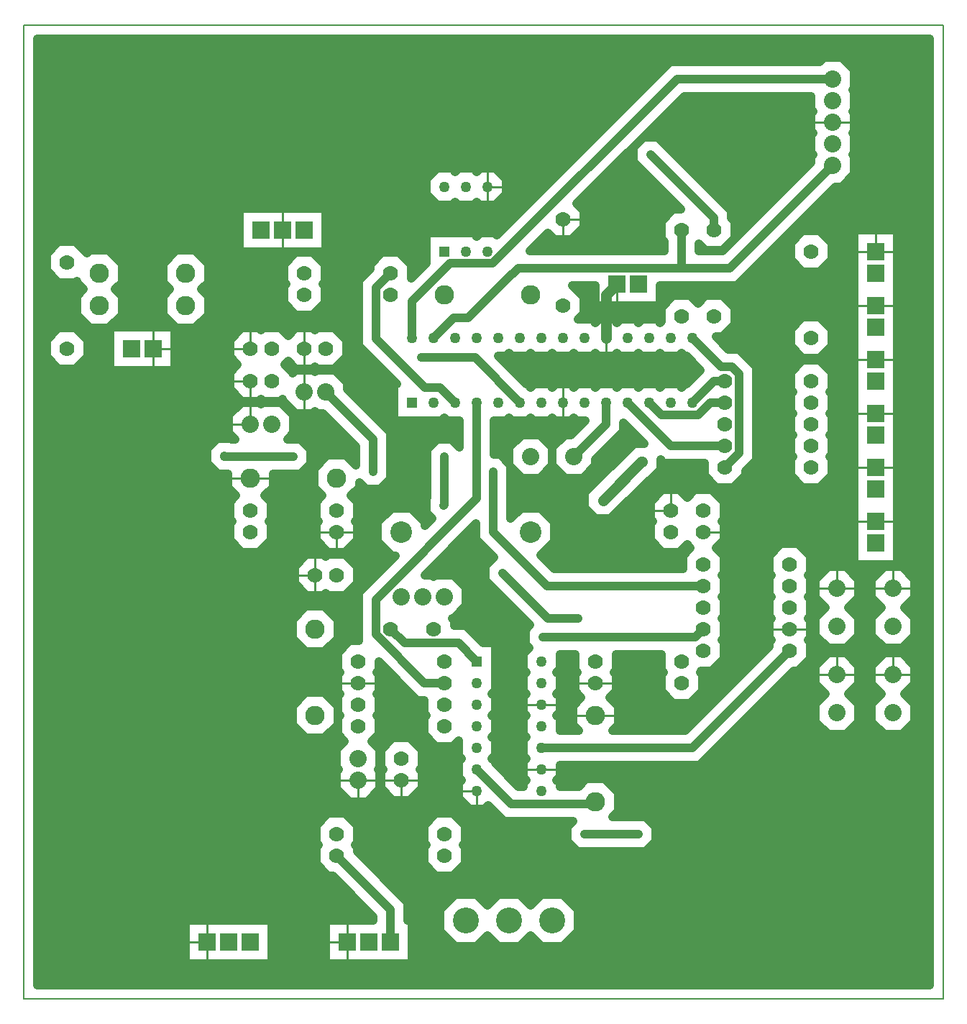
<source format=gbr>
G04 PROTEUS GERBER X2 FILE*
%TF.GenerationSoftware,Labcenter,Proteus,8.15-SP1-Build34318*%
%TF.CreationDate,2023-09-22T11:03:57+00:00*%
%TF.FileFunction,Copper,L1,Top*%
%TF.FilePolarity,Positive*%
%TF.Part,Single*%
%TF.SameCoordinates,{3b519ea3-0d73-4d6d-96f8-eb606e8d3f04}*%
%FSLAX45Y45*%
%MOMM*%
G01*
%TA.AperFunction,Conductor*%
%ADD10C,1.016000*%
%ADD11C,1.270000*%
%TA.AperFunction,ViaPad*%
%ADD12C,0.762000*%
%TA.AperFunction,Conductor*%
%ADD13C,0.254000*%
%TA.AperFunction,ComponentPad*%
%ADD14R,1.270000X1.270000*%
%ADD15C,1.270000*%
%TA.AperFunction,ComponentPad*%
%ADD16C,2.540000*%
%ADD17C,1.778000*%
%ADD18C,2.286000*%
%ADD19C,2.032000*%
%TA.AperFunction,ComponentPad*%
%ADD70R,2.032000X2.032000*%
%ADD71C,3.048000*%
%TA.AperFunction,Profile*%
%ADD20C,0.203200*%
%TD.AperFunction*%
%TA.AperFunction,Conductor*%
G36*
X+9525000Y-5334000D02*
X-980440Y-5334000D01*
X-980440Y+5806440D01*
X+9525000Y+5806440D01*
X+9525000Y-5334000D01*
G37*
%TD.AperFunction*%
%LPC*%
G36*
X+8635999Y+5439210D02*
X+8635999Y+5228790D01*
X+8614209Y+5207000D01*
X+8635999Y+5185210D01*
X+8635999Y+4974790D01*
X+8614209Y+4953000D01*
X+8635999Y+4931210D01*
X+8635999Y+4720790D01*
X+8614209Y+4699000D01*
X+8635999Y+4677210D01*
X+8635999Y+4466790D01*
X+8614209Y+4445000D01*
X+8635999Y+4423210D01*
X+8635999Y+4212790D01*
X+8487210Y+4064001D01*
X+8415367Y+4064001D01*
X+7253395Y+2902029D01*
X+6349999Y+2902029D01*
X+6349999Y+2667001D01*
X+5588001Y+2667001D01*
X+5588001Y+2902029D01*
X+5313219Y+2902029D01*
X+5448299Y+2766949D01*
X+5448299Y+2567051D01*
X+5383147Y+2501899D01*
X+5550428Y+2501899D01*
X+5588000Y+2464327D01*
X+5625572Y+2501899D01*
X+5804428Y+2501899D01*
X+5842000Y+2464327D01*
X+5879572Y+2501899D01*
X+6058428Y+2501899D01*
X+6096000Y+2464327D01*
X+6133572Y+2501899D01*
X+6312428Y+2501899D01*
X+6350000Y+2464327D01*
X+6362701Y+2477028D01*
X+6362701Y+2639949D01*
X+6504051Y+2781299D01*
X+6703949Y+2781299D01*
X+6794500Y+2690748D01*
X+6885051Y+2781299D01*
X+7084949Y+2781299D01*
X+7226299Y+2639949D01*
X+7226299Y+2440051D01*
X+7084949Y+2298701D01*
X+7005665Y+2298701D01*
X+7152598Y+2151768D01*
X+7277122Y+2151768D01*
X+7485275Y+1943615D01*
X+7485275Y+847909D01*
X+7353299Y+715933D01*
X+7353299Y+662051D01*
X+7211949Y+520701D01*
X+7012051Y+520701D01*
X+6870701Y+662051D01*
X+6870701Y+812801D01*
X+6392833Y+812801D01*
X+6355240Y+850393D01*
X+6355240Y+734951D01*
X+6228769Y+608480D01*
X+6218688Y+608480D01*
X+5765118Y+154910D01*
X+5586262Y+154910D01*
X+5459792Y+281380D01*
X+5459792Y+460236D01*
X+6039834Y+1040278D01*
X+6165355Y+1040278D01*
X+5918198Y+1287435D01*
X+5918198Y+1185832D01*
X+5587999Y+855633D01*
X+5587999Y+783790D01*
X+5439210Y+635001D01*
X+5228790Y+635001D01*
X+5080001Y+783790D01*
X+5080001Y+994210D01*
X+5228790Y+1142999D01*
X+5300633Y+1142999D01*
X+5465735Y+1308101D01*
X+5371572Y+1308101D01*
X+5334000Y+1345673D01*
X+5296428Y+1308101D01*
X+5117572Y+1308101D01*
X+5080000Y+1345673D01*
X+5042428Y+1308101D01*
X+4863572Y+1308101D01*
X+4825999Y+1345672D01*
X+4788428Y+1308101D01*
X+4609572Y+1308101D01*
X+4572000Y+1345673D01*
X+4534428Y+1308101D01*
X+4394199Y+1308101D01*
X+4394199Y+909498D01*
X+4467525Y+909498D01*
X+4572001Y+805022D01*
X+4572001Y+994210D01*
X+4720790Y+1142999D01*
X+4931210Y+1142999D01*
X+5079999Y+994210D01*
X+5079999Y+783790D01*
X+4931210Y+635001D01*
X+4720790Y+635001D01*
X+4586556Y+769235D01*
X+4586556Y+155686D01*
X+4710269Y+279399D01*
X+4941731Y+279399D01*
X+5105399Y+115731D01*
X+5105399Y-115731D01*
X+4946298Y-274832D01*
X+5103267Y-431801D01*
X+6616701Y-431801D01*
X+6616701Y-281051D01*
X+6707252Y-190500D01*
X+6667500Y-150748D01*
X+6576949Y-241299D01*
X+6377051Y-241299D01*
X+6235701Y-99949D01*
X+6235701Y+99949D01*
X+6262752Y+127000D01*
X+6235701Y+154051D01*
X+6235701Y+353949D01*
X+6377051Y+495299D01*
X+6576949Y+495299D01*
X+6667500Y+404748D01*
X+6758051Y+495299D01*
X+6957949Y+495299D01*
X+7099299Y+353949D01*
X+7099299Y+154051D01*
X+7072248Y+127000D01*
X+7099299Y+99949D01*
X+7099299Y-99949D01*
X+7008748Y-190500D01*
X+7099299Y-281051D01*
X+7099299Y-480949D01*
X+7072248Y-508000D01*
X+7099299Y-535051D01*
X+7099299Y-734949D01*
X+7072247Y-762001D01*
X+7099299Y-789051D01*
X+7099299Y-988949D01*
X+7072248Y-1016000D01*
X+7099299Y-1043051D01*
X+7099299Y-1242949D01*
X+7072248Y-1270000D01*
X+7099299Y-1297051D01*
X+7099299Y-1496949D01*
X+6957949Y-1638299D01*
X+6830949Y-1638299D01*
X+6818248Y-1651000D01*
X+6845299Y-1678051D01*
X+6845299Y-1877949D01*
X+6703949Y-2019299D01*
X+6504051Y-2019299D01*
X+6362701Y-1877949D01*
X+6362701Y-1678051D01*
X+6389752Y-1651000D01*
X+6362701Y-1623949D01*
X+6362701Y-1442654D01*
X+5829299Y-1442654D01*
X+5829299Y-1623949D01*
X+5802248Y-1651000D01*
X+5829299Y-1678051D01*
X+5829299Y-1877949D01*
X+5756708Y-1950540D01*
X+5854699Y-2048530D01*
X+5854699Y-2269470D01*
X+5787368Y-2336801D01*
X+6646833Y-2336801D01*
X+7632701Y-1350933D01*
X+7632701Y-1297051D01*
X+7659752Y-1270000D01*
X+7632701Y-1242949D01*
X+7632701Y-1043051D01*
X+7659752Y-1016000D01*
X+7632701Y-988949D01*
X+7632701Y-789051D01*
X+7659752Y-762000D01*
X+7632701Y-734949D01*
X+7632701Y-535051D01*
X+7659752Y-508000D01*
X+7632701Y-480949D01*
X+7632701Y-281051D01*
X+7774051Y-139701D01*
X+7973949Y-139701D01*
X+8115299Y-281051D01*
X+8115299Y-480949D01*
X+8088248Y-508000D01*
X+8115299Y-535051D01*
X+8115299Y-734949D01*
X+8088248Y-762000D01*
X+8115299Y-789051D01*
X+8115299Y-988949D01*
X+8088248Y-1016000D01*
X+8115299Y-1043051D01*
X+8115299Y-1242949D01*
X+8088248Y-1270000D01*
X+8115299Y-1297051D01*
X+8115299Y-1496949D01*
X+7973949Y-1638299D01*
X+7920067Y-1638299D01*
X+6815167Y-2743199D01*
X+5168899Y-2743199D01*
X+5168899Y-2883428D01*
X+5131327Y-2921000D01*
X+5168899Y-2958572D01*
X+5168899Y-2997516D01*
X+5388315Y-2997516D01*
X+5477530Y-2908301D01*
X+5698470Y-2908301D01*
X+5854699Y-3064530D01*
X+5854699Y-3285470D01*
X+5787368Y-3352801D01*
X+6180168Y-3352801D01*
X+6299199Y-3471832D01*
X+6299199Y-3640168D01*
X+6180168Y-3759199D01*
X+5376832Y-3759199D01*
X+5257801Y-3640168D01*
X+5257801Y-3471832D01*
X+5325719Y-3403914D01*
X+4513548Y-3403914D01*
X+4326980Y-3217347D01*
X+4280428Y-3263899D01*
X+4101572Y-3263899D01*
X+3975101Y-3137428D01*
X+3975101Y-2958572D01*
X+4012673Y-2921000D01*
X+3975101Y-2883428D01*
X+3975101Y-2704572D01*
X+4012673Y-2667000D01*
X+3975101Y-2629428D01*
X+3975101Y-2462147D01*
X+3909949Y-2527299D01*
X+3710051Y-2527299D01*
X+3568701Y-2385949D01*
X+3568701Y-2186051D01*
X+3595752Y-2159000D01*
X+3568701Y-2131949D01*
X+3568701Y-1981199D01*
X+3487398Y-1981199D01*
X+3035299Y-1529100D01*
X+3035299Y-1623949D01*
X+3008248Y-1651000D01*
X+3035299Y-1678051D01*
X+3035299Y-1877949D01*
X+3008248Y-1905000D01*
X+3035299Y-1932051D01*
X+3035299Y-2131949D01*
X+3008248Y-2159000D01*
X+3035299Y-2186051D01*
X+3035299Y-2385949D01*
X+2953728Y-2467520D01*
X+3047999Y-2561790D01*
X+3047999Y-2772210D01*
X+3026209Y-2794000D01*
X+3047999Y-2815790D01*
X+3047999Y-3026210D01*
X+2899210Y-3174999D01*
X+2688790Y-3174999D01*
X+2540001Y-3026210D01*
X+2540001Y-2815790D01*
X+2561791Y-2794000D01*
X+2540001Y-2772210D01*
X+2540001Y-2561790D01*
X+2634271Y-2467520D01*
X+2552701Y-2385949D01*
X+2552701Y-2186051D01*
X+2579752Y-2159000D01*
X+2552701Y-2131949D01*
X+2552701Y-1932051D01*
X+2579752Y-1905000D01*
X+2552701Y-1877949D01*
X+2552701Y-1678051D01*
X+2579752Y-1651000D01*
X+2552701Y-1623949D01*
X+2552701Y-1424051D01*
X+2694051Y-1282701D01*
X+2798101Y-1282701D01*
X+2798101Y-711432D01*
X+3230134Y-279399D01*
X+3186269Y-279399D01*
X+3022601Y-115731D01*
X+3022601Y+115731D01*
X+3186269Y+279399D01*
X+3417731Y+279399D01*
X+3581399Y+115731D01*
X+3581399Y+71866D01*
X+3666394Y+156861D01*
X+3595549Y+227706D01*
X+3595549Y+396042D01*
X+3606801Y+407294D01*
X+3606801Y+973168D01*
X+3725832Y+1092199D01*
X+3894168Y+1092199D01*
X+3987801Y+998566D01*
X+3987801Y+1308101D01*
X+3847572Y+1308101D01*
X+3810000Y+1345673D01*
X+3772428Y+1308101D01*
X+3213101Y+1308101D01*
X+3213101Y+1739899D01*
X+3251031Y+1739899D01*
X+2801489Y+2189441D01*
X+2801489Y+2961855D01*
X+2933701Y+3094067D01*
X+2933701Y+3147949D01*
X+3075051Y+3289299D01*
X+3274949Y+3289299D01*
X+3416299Y+3147949D01*
X+3416299Y+2986349D01*
X+3594101Y+3164151D01*
X+3594101Y+3517899D01*
X+4153428Y+3517899D01*
X+4191000Y+3480327D01*
X+4228572Y+3517899D01*
X+4407428Y+3517899D01*
X+4427716Y+3497611D01*
X+6467304Y+5537199D01*
X+8225990Y+5537199D01*
X+8276790Y+5587999D01*
X+8487210Y+5587999D01*
X+8635999Y+5439210D01*
G37*
G36*
X+2031999Y+1375210D02*
X+2031999Y+1164790D01*
X+1959408Y+1092199D01*
X+2116168Y+1092199D01*
X+2235199Y+973168D01*
X+2235199Y+804832D01*
X+2116168Y+685801D01*
X+1790699Y+685801D01*
X+1790699Y+524530D01*
X+1692708Y+426539D01*
X+1765299Y+353949D01*
X+1765299Y+154051D01*
X+1738248Y+127000D01*
X+1765299Y+99949D01*
X+1765299Y-99949D01*
X+1623949Y-241299D01*
X+1424051Y-241299D01*
X+1282701Y-99949D01*
X+1282701Y+99949D01*
X+1309752Y+127000D01*
X+1282701Y+154051D01*
X+1282701Y+353949D01*
X+1355291Y+426539D01*
X+1257301Y+524530D01*
X+1257301Y+685801D01*
X+1136780Y+685801D01*
X+1011814Y+810767D01*
X+1011814Y+979103D01*
X+1130844Y+1098133D01*
X+1299180Y+1098133D01*
X+1305114Y+1092199D01*
X+1342592Y+1092199D01*
X+1270001Y+1164790D01*
X+1270001Y+1375210D01*
X+1418790Y+1523999D01*
X+1629210Y+1523999D01*
X+1651000Y+1502209D01*
X+1672790Y+1523999D01*
X+1883210Y+1523999D01*
X+2031999Y+1375210D01*
G37*
G36*
X+2654299Y+2258949D02*
X+2654299Y+2059051D01*
X+2512949Y+1917701D01*
X+2313051Y+1917701D01*
X+2286000Y+1944752D01*
X+2258949Y+1917701D01*
X+2059051Y+1917701D01*
X+1968500Y+2008252D01*
X+1928748Y+1968500D01*
X+2019299Y+1877949D01*
X+2019299Y+1870508D01*
X+2053790Y+1904999D01*
X+2264210Y+1904999D01*
X+2285999Y+1883208D01*
X+2307790Y+1904999D01*
X+2518210Y+1904999D01*
X+2666999Y+1756210D01*
X+2666999Y+1684367D01*
X+3175445Y+1175921D01*
X+3175445Y+622131D01*
X+3056414Y+503100D01*
X+2888078Y+503100D01*
X+2806699Y+584479D01*
X+2806699Y+524530D01*
X+2708708Y+426539D01*
X+2781299Y+353949D01*
X+2781299Y+154051D01*
X+2754248Y+127000D01*
X+2781299Y+99949D01*
X+2781299Y-99949D01*
X+2639949Y-241299D01*
X+2440051Y-241299D01*
X+2298701Y-99949D01*
X+2298701Y+99949D01*
X+2325752Y+127000D01*
X+2298701Y+154051D01*
X+2298701Y+353949D01*
X+2371291Y+426539D01*
X+2273301Y+524530D01*
X+2273301Y+745470D01*
X+2429530Y+901699D01*
X+2650470Y+901699D01*
X+2769047Y+783122D01*
X+2769047Y+1007587D01*
X+2379632Y+1397001D01*
X+2307790Y+1397001D01*
X+2286000Y+1418791D01*
X+2264210Y+1397001D01*
X+2053790Y+1397001D01*
X+1905001Y+1545790D01*
X+1905001Y+1563753D01*
X+1877949Y+1536701D01*
X+1678051Y+1536701D01*
X+1651000Y+1563752D01*
X+1623949Y+1536701D01*
X+1424051Y+1536701D01*
X+1282701Y+1678051D01*
X+1282701Y+1877949D01*
X+1373252Y+1968500D01*
X+1282701Y+2059051D01*
X+1282701Y+2258949D01*
X+1424051Y+2400299D01*
X+1623949Y+2400299D01*
X+1651000Y+2373248D01*
X+1678051Y+2400299D01*
X+1877949Y+2400299D01*
X+1968500Y+2309748D01*
X+2059051Y+2400299D01*
X+2258949Y+2400299D01*
X+2286000Y+2373248D01*
X+2313051Y+2400299D01*
X+2512949Y+2400299D01*
X+2654299Y+2258949D01*
G37*
G36*
X+2781299Y-408051D02*
X+2781299Y-607949D01*
X+2639949Y-749299D01*
X+2440051Y-749299D01*
X+2413000Y-722248D01*
X+2385949Y-749299D01*
X+2186051Y-749299D01*
X+2044701Y-607949D01*
X+2044701Y-408051D01*
X+2186051Y-266701D01*
X+2385949Y-266701D01*
X+2413000Y-293752D01*
X+2440051Y-266701D01*
X+2639949Y-266701D01*
X+2781299Y-408051D01*
G37*
G36*
X+3543299Y-2567051D02*
X+3543299Y-2766949D01*
X+3516248Y-2794000D01*
X+3543299Y-2821051D01*
X+3543299Y-3020949D01*
X+3401949Y-3162299D01*
X+3202051Y-3162299D01*
X+3060701Y-3020949D01*
X+3060701Y-2821051D01*
X+3087752Y-2794000D01*
X+3060701Y-2766949D01*
X+3060701Y-2567051D01*
X+3202051Y-2425701D01*
X+3401949Y-2425701D01*
X+3543299Y-2567051D01*
G37*
G36*
X+1777999Y-5079999D02*
X+762001Y-5079999D01*
X+762001Y-4572001D01*
X+1777999Y-4572001D01*
X+1777999Y-5079999D01*
G37*
G36*
X+2781299Y-3456051D02*
X+2781299Y-3655949D01*
X+2754248Y-3683000D01*
X+2781299Y-3710051D01*
X+2781299Y-3763933D01*
X+3378199Y-4360833D01*
X+3378199Y-4572001D01*
X+3428999Y-4572001D01*
X+3428999Y-5079999D01*
X+2413001Y-5079999D01*
X+2413001Y-4572001D01*
X+2971801Y-4572001D01*
X+2971801Y-4529167D01*
X+2493933Y-4051299D01*
X+2440051Y-4051299D01*
X+2298701Y-3909949D01*
X+2298701Y-3710051D01*
X+2325752Y-3683000D01*
X+2298701Y-3655949D01*
X+2298701Y-3456051D01*
X+2440051Y-3314701D01*
X+2639949Y-3314701D01*
X+2781299Y-3456051D01*
G37*
G36*
X+5384799Y-4445748D02*
X+5384799Y-4698252D01*
X+5206252Y-4876799D01*
X+4953748Y-4876799D01*
X+4826000Y-4749051D01*
X+4698252Y-4876799D01*
X+4445748Y-4876799D01*
X+4318000Y-4749051D01*
X+4190252Y-4876799D01*
X+3937748Y-4876799D01*
X+3759201Y-4698252D01*
X+3759201Y-4445748D01*
X+3937748Y-4267201D01*
X+4190252Y-4267201D01*
X+4318000Y-4394949D01*
X+4445748Y-4267201D01*
X+4698252Y-4267201D01*
X+4826000Y-4394949D01*
X+4953748Y-4267201D01*
X+5206252Y-4267201D01*
X+5384799Y-4445748D01*
G37*
G36*
X+4051299Y-3456051D02*
X+4051299Y-3655949D01*
X+4024248Y-3683000D01*
X+4051299Y-3710051D01*
X+4051299Y-3909949D01*
X+3909949Y-4051299D01*
X+3710051Y-4051299D01*
X+3568701Y-3909949D01*
X+3568701Y-3710051D01*
X+3595752Y-3683000D01*
X+3568701Y-3655949D01*
X+3568701Y-3456051D01*
X+3710051Y-3314701D01*
X+3909949Y-3314701D01*
X+4051299Y-3456051D01*
G37*
G36*
X+2412999Y+3302001D02*
X+1397001Y+3302001D01*
X+1397001Y+3809999D01*
X+2412999Y+3809999D01*
X+2412999Y+3302001D01*
G37*
G36*
X-398961Y+3280208D02*
X-364470Y+3314699D01*
X-143530Y+3314699D01*
X+12699Y+3158470D01*
X+12699Y+2937530D01*
X-67331Y+2857500D01*
X+12699Y+2777470D01*
X+12699Y+2556530D01*
X-143530Y+2400301D01*
X-364470Y+2400301D01*
X-520699Y+2556530D01*
X-520699Y+2777470D01*
X-440669Y+2857500D01*
X-520699Y+2937530D01*
X-520699Y+2948053D01*
X-535051Y+2933701D01*
X-734949Y+2933701D01*
X-876299Y+3075051D01*
X-876299Y+3274949D01*
X-734949Y+3416299D01*
X-535051Y+3416299D01*
X-398961Y+3280208D01*
G37*
G36*
X+1028699Y+3158470D02*
X+1028699Y+2937530D01*
X+948669Y+2857500D01*
X+1028699Y+2777470D01*
X+1028699Y+2556530D01*
X+872470Y+2400301D01*
X+651530Y+2400301D01*
X+495301Y+2556530D01*
X+495301Y+2777470D01*
X+575331Y+2857500D01*
X+495301Y+2937530D01*
X+495301Y+3158470D01*
X+651530Y+3314699D01*
X+872470Y+3314699D01*
X+1028699Y+3158470D01*
G37*
G36*
X+634999Y+1905001D02*
X-126999Y+1905001D01*
X-126999Y+2412999D01*
X+634999Y+2412999D01*
X+634999Y+1905001D01*
G37*
G36*
X-535051Y+1917701D02*
X-734949Y+1917701D01*
X-876299Y+2059051D01*
X-876299Y+2258949D01*
X-734949Y+2400299D01*
X-535051Y+2400299D01*
X-393701Y+2258949D01*
X-393701Y+2059051D01*
X-535051Y+1917701D01*
G37*
G36*
X+4533899Y+4153428D02*
X+4533899Y+3974572D01*
X+4407428Y+3848101D01*
X+4228572Y+3848101D01*
X+4191000Y+3885673D01*
X+4153428Y+3848101D01*
X+3974572Y+3848101D01*
X+3937000Y+3885673D01*
X+3899428Y+3848101D01*
X+3720572Y+3848101D01*
X+3594101Y+3974572D01*
X+3594101Y+4153428D01*
X+3720572Y+4279899D01*
X+3899428Y+4279899D01*
X+3937000Y+4242327D01*
X+3974572Y+4279899D01*
X+4153428Y+4279899D01*
X+4191000Y+4242327D01*
X+4228572Y+4279899D01*
X+4407428Y+4279899D01*
X+4533899Y+4153428D01*
G37*
G36*
X+2400299Y+3147949D02*
X+2400299Y+2948051D01*
X+2373248Y+2921000D01*
X+2400299Y+2893949D01*
X+2400299Y+2694051D01*
X+2258949Y+2552701D01*
X+2059051Y+2552701D01*
X+1917701Y+2694051D01*
X+1917701Y+2893949D01*
X+1944752Y+2921000D01*
X+1917701Y+2948051D01*
X+1917701Y+3147949D01*
X+2059051Y+3289299D01*
X+2258949Y+3289299D01*
X+2400299Y+3147949D01*
G37*
G36*
X+9143999Y+3048001D02*
X+9143999Y-380999D01*
X+8636001Y-380999D01*
X+8636001Y+3555999D01*
X+9143999Y+3555999D01*
X+9143999Y+3048001D01*
G37*
G36*
X+8369299Y+1877949D02*
X+8369299Y+1678051D01*
X+8342248Y+1651000D01*
X+8369299Y+1623949D01*
X+8369299Y+1424051D01*
X+8342248Y+1397000D01*
X+8369299Y+1369949D01*
X+8369299Y+1170051D01*
X+8342248Y+1143000D01*
X+8369299Y+1115949D01*
X+8369299Y+916051D01*
X+8342248Y+889000D01*
X+8369299Y+861949D01*
X+8369299Y+662051D01*
X+8227949Y+520701D01*
X+8028051Y+520701D01*
X+7886701Y+662051D01*
X+7886701Y+861949D01*
X+7913752Y+889000D01*
X+7886701Y+916051D01*
X+7886701Y+1115949D01*
X+7913752Y+1143000D01*
X+7886701Y+1170051D01*
X+7886701Y+1369949D01*
X+7913752Y+1397000D01*
X+7886701Y+1424051D01*
X+7886701Y+1623949D01*
X+7913752Y+1651000D01*
X+7886701Y+1678051D01*
X+7886701Y+1877949D01*
X+8028051Y+2019299D01*
X+8227949Y+2019299D01*
X+8369299Y+1877949D01*
G37*
G36*
X+9346999Y-558790D02*
X+9346999Y-769210D01*
X+9227209Y-889000D01*
X+9346999Y-1008790D01*
X+9346999Y-1219210D01*
X+9198210Y-1367999D01*
X+8987790Y-1367999D01*
X+8839001Y-1219210D01*
X+8839001Y-1008790D01*
X+8958791Y-889000D01*
X+8839001Y-769210D01*
X+8839001Y-558790D01*
X+8987790Y-410001D01*
X+9198210Y-410001D01*
X+9346999Y-558790D01*
G37*
G36*
X+8686999Y-558790D02*
X+8686999Y-769210D01*
X+8567209Y-889000D01*
X+8686999Y-1008790D01*
X+8686999Y-1219210D01*
X+8538210Y-1367999D01*
X+8327790Y-1367999D01*
X+8179001Y-1219210D01*
X+8179001Y-1008790D01*
X+8298791Y-889000D01*
X+8179001Y-769210D01*
X+8179001Y-558790D01*
X+8327790Y-410001D01*
X+8538210Y-410001D01*
X+8686999Y-558790D01*
G37*
G36*
X+2396470Y-1409699D02*
X+2175530Y-1409699D01*
X+2019301Y-1253470D01*
X+2019301Y-1032530D01*
X+2175530Y-876301D01*
X+2396470Y-876301D01*
X+2552699Y-1032530D01*
X+2552699Y-1253470D01*
X+2396470Y-1409699D01*
G37*
G36*
X+2396470Y-2425699D02*
X+2175530Y-2425699D01*
X+2019301Y-2269470D01*
X+2019301Y-2048530D01*
X+2175530Y-1892301D01*
X+2396470Y-1892301D01*
X+2552699Y-2048530D01*
X+2552699Y-2269470D01*
X+2396470Y-2425699D01*
G37*
G36*
X+9346999Y-1574790D02*
X+9346999Y-1785210D01*
X+9227209Y-1905000D01*
X+9346999Y-2024790D01*
X+9346999Y-2235210D01*
X+9198210Y-2383999D01*
X+8987790Y-2383999D01*
X+8839001Y-2235210D01*
X+8839001Y-2024790D01*
X+8958791Y-1905000D01*
X+8839001Y-1785210D01*
X+8839001Y-1574790D01*
X+8987790Y-1426001D01*
X+9198210Y-1426001D01*
X+9346999Y-1574790D01*
G37*
G36*
X+8686999Y-1574790D02*
X+8686999Y-1785210D01*
X+8567209Y-1905000D01*
X+8686999Y-2024790D01*
X+8686999Y-2235210D01*
X+8538210Y-2383999D01*
X+8327790Y-2383999D01*
X+8179001Y-2235210D01*
X+8179001Y-2024790D01*
X+8298791Y-1905000D01*
X+8179001Y-1785210D01*
X+8179001Y-1574790D01*
X+8327790Y-1426001D01*
X+8538210Y-1426001D01*
X+8686999Y-1574790D01*
G37*
G36*
X+8227949Y+2044701D02*
X+8028051Y+2044701D01*
X+7886701Y+2186051D01*
X+7886701Y+2385949D01*
X+8028051Y+2527299D01*
X+8227949Y+2527299D01*
X+8369299Y+2385949D01*
X+8369299Y+2186051D01*
X+8227949Y+2044701D01*
G37*
G36*
X+8227949Y+3060701D02*
X+8028051Y+3060701D01*
X+7886701Y+3202051D01*
X+7886701Y+3401949D01*
X+8028051Y+3543299D01*
X+8227949Y+3543299D01*
X+8369299Y+3401949D01*
X+8369299Y+3202051D01*
X+8227949Y+3060701D01*
G37*
%LPD*%
%TA.AperFunction,Conductor*%
G36*
X+8128001Y+4974790D02*
X+8149791Y+4953000D01*
X+8128001Y+4931210D01*
X+8128001Y+4720790D01*
X+8149791Y+4699000D01*
X+8128001Y+4677210D01*
X+8128001Y+4466790D01*
X+8149791Y+4445000D01*
X+8128001Y+4423210D01*
X+8128001Y+4351367D01*
X+7085061Y+3308427D01*
X+6807198Y+3308427D01*
X+6807198Y+3392554D01*
X+6885051Y+3314701D01*
X+7084949Y+3314701D01*
X+7226299Y+3456051D01*
X+7226299Y+3655949D01*
X+7188199Y+3694049D01*
X+7188199Y+3778615D01*
X+6322123Y+4644691D01*
X+6153787Y+4644691D01*
X+6034757Y+4525661D01*
X+6034757Y+4357325D01*
X+6594783Y+3797299D01*
X+6504051Y+3797299D01*
X+6362701Y+3655949D01*
X+6362701Y+3456051D01*
X+6400801Y+3417951D01*
X+6400801Y+3308427D01*
X+4813264Y+3308427D01*
X+5026794Y+3521957D01*
X+5107051Y+3441701D01*
X+5306949Y+3441701D01*
X+5448299Y+3583051D01*
X+5448299Y+3782949D01*
X+5368042Y+3863205D01*
X+6635638Y+5130801D01*
X+8128001Y+5130801D01*
X+8128001Y+4974790D01*
G37*
%TD.AperFunction*%
%TA.AperFunction,Conductor*%
G36*
X+6641572Y+2070101D02*
X+6659533Y+2070101D01*
X+6824634Y+1905000D01*
X+6659533Y+1739899D01*
X+6641572Y+1739899D01*
X+6604000Y+1702327D01*
X+6566428Y+1739899D01*
X+6387572Y+1739899D01*
X+6350000Y+1702327D01*
X+6312428Y+1739899D01*
X+6133572Y+1739899D01*
X+6096000Y+1702327D01*
X+6058428Y+1739899D01*
X+5879572Y+1739899D01*
X+5842000Y+1702327D01*
X+5804428Y+1739899D01*
X+5625572Y+1739899D01*
X+5588000Y+1702327D01*
X+5550428Y+1739899D01*
X+5371572Y+1739899D01*
X+5334000Y+1702327D01*
X+5296428Y+1739899D01*
X+5117572Y+1739899D01*
X+5080000Y+1702327D01*
X+5042428Y+1739899D01*
X+4863572Y+1739899D01*
X+4826000Y+1702327D01*
X+4788428Y+1739899D01*
X+4770466Y+1739899D01*
X+4440264Y+2070101D01*
X+4534428Y+2070101D01*
X+4572000Y+2107673D01*
X+4609572Y+2070101D01*
X+4788428Y+2070101D01*
X+4826000Y+2107673D01*
X+4863572Y+2070101D01*
X+5042428Y+2070101D01*
X+5080000Y+2107673D01*
X+5117572Y+2070101D01*
X+5296428Y+2070101D01*
X+5334000Y+2107673D01*
X+5371572Y+2070101D01*
X+5550428Y+2070101D01*
X+5588000Y+2107673D01*
X+5625572Y+2070101D01*
X+5804428Y+2070101D01*
X+5842000Y+2107673D01*
X+5879572Y+2070101D01*
X+6058428Y+2070101D01*
X+6096000Y+2107673D01*
X+6133572Y+2070101D01*
X+6312428Y+2070101D01*
X+6350000Y+2107673D01*
X+6387572Y+2070101D01*
X+6566428Y+2070101D01*
X+6604000Y+2107673D01*
X+6641572Y+2070101D01*
G37*
%TD.AperFunction*%
%TA.AperFunction,Conductor*%
G36*
X+5346701Y-1623949D02*
X+5373752Y-1651000D01*
X+5346701Y-1678051D01*
X+5346701Y-1877949D01*
X+5419291Y-1950540D01*
X+5321301Y-2048530D01*
X+5321301Y-2269470D01*
X+5388632Y-2336801D01*
X+5168899Y-2336801D01*
X+5168899Y-2196572D01*
X+5131327Y-2159000D01*
X+5168899Y-2121428D01*
X+5168899Y-1942572D01*
X+5131327Y-1905000D01*
X+5168899Y-1867428D01*
X+5168899Y-1688572D01*
X+5131327Y-1651000D01*
X+5168899Y-1613428D01*
X+5168899Y-1442654D01*
X+5346701Y-1442654D01*
X+5346701Y-1623949D01*
G37*
%TD.AperFunction*%
%TA.AperFunction,Conductor*%
G36*
X+4180158Y+743D02*
X+4180158Y-83424D01*
X+4391633Y-294900D01*
X+4286815Y-399718D01*
X+4286815Y-568054D01*
X+4817551Y-1098791D01*
X+4761055Y-1155287D01*
X+4761055Y-1323623D01*
X+4804552Y-1367121D01*
X+4737101Y-1434572D01*
X+4737101Y-1613428D01*
X+4774673Y-1651000D01*
X+4737101Y-1688572D01*
X+4737101Y-1867428D01*
X+4774673Y-1905000D01*
X+4737101Y-1942572D01*
X+4737101Y-2121428D01*
X+4774673Y-2159000D01*
X+4737101Y-2196572D01*
X+4737101Y-2375428D01*
X+4774673Y-2413000D01*
X+4737101Y-2450572D01*
X+4737101Y-2629428D01*
X+4774673Y-2667000D01*
X+4737101Y-2704572D01*
X+4737101Y-2883428D01*
X+4774673Y-2921000D01*
X+4737101Y-2958572D01*
X+4737101Y-2997516D01*
X+4681882Y-2997516D01*
X+4406899Y-2722533D01*
X+4406899Y-2704572D01*
X+4369327Y-2667000D01*
X+4406899Y-2629428D01*
X+4406899Y-2450572D01*
X+4369327Y-2413000D01*
X+4406899Y-2375428D01*
X+4406899Y-2196572D01*
X+4369327Y-2159000D01*
X+4406899Y-2121428D01*
X+4406899Y-1942572D01*
X+4369327Y-1905000D01*
X+4406899Y-1867428D01*
X+4406899Y-1308101D01*
X+4262467Y-1308101D01*
X+4059241Y-1104875D01*
X+3924299Y-1104875D01*
X+3924299Y-1043051D01*
X+3897247Y-1015999D01*
X+3915210Y-1015999D01*
X+4063999Y-867210D01*
X+4063999Y-656790D01*
X+3915210Y-508001D01*
X+3704790Y-508001D01*
X+3683000Y-529791D01*
X+3661210Y-508001D01*
X+3576264Y-508001D01*
X+4180158Y+95893D01*
X+4180158Y+743D01*
G37*
%TD.AperFunction*%
D10*
X+4191000Y-1524000D02*
X+3975074Y-1308074D01*
X+3340074Y-1308074D01*
X+3175000Y-1143000D01*
X+3175000Y-4826000D02*
X+3175000Y-4445000D01*
X+2540000Y-3810000D01*
X+2032000Y+889000D02*
X+1220947Y+889000D01*
X+1215012Y+894935D01*
D11*
X+5675690Y+370808D02*
X+6129261Y+824379D01*
X+6139341Y+824379D01*
D10*
X+4191000Y+1524000D02*
X+4191000Y+394101D01*
X+3001300Y-795599D01*
X+3001300Y-1207735D01*
X+3571565Y-1778000D01*
X+3810000Y-1778000D01*
X+7112000Y+1524000D02*
X+6939202Y+1524000D01*
X+6794377Y+1379175D01*
X+6367825Y+1379175D01*
X+6223000Y+1524000D01*
X+5969000Y+1524000D02*
X+6477000Y+1016000D01*
X+7112000Y+1016000D01*
X+7112000Y+1778000D02*
X+6985000Y+1778000D01*
X+6731000Y+1524000D01*
X+6731000Y+2286000D02*
X+7068430Y+1948570D01*
X+7192954Y+1948570D01*
X+7282077Y+1859447D01*
X+7282077Y+932077D01*
X+7112000Y+762000D01*
X+6858000Y-635000D02*
X+5019100Y-635000D01*
X+4383357Y+743D01*
X+4383357Y+706299D01*
X+2972246Y+706299D02*
X+2972246Y+1091754D01*
X+2413000Y+1651000D01*
X+5715000Y+1524000D02*
X+5715000Y+1270000D01*
X+5334000Y+889000D01*
X+5588000Y-3175000D02*
X+5562285Y-3200715D01*
X+4597715Y-3200715D01*
X+4191000Y-2794000D01*
X+3431000Y+2286000D02*
X+3431000Y+2713684D01*
X+3878217Y+3160901D01*
X+4378372Y+3160901D01*
X+6551471Y+5334000D01*
X+8382000Y+5334000D01*
X+3683000Y+2286000D02*
X+3918282Y+2521282D01*
X+4088462Y+2521282D01*
X+4602480Y+3035300D01*
X+4612640Y+3035300D01*
X+4682568Y+3105228D01*
X+7874000Y-1397000D02*
X+6731000Y-2540000D01*
X+4953000Y-2540000D01*
X+5382228Y-1022430D02*
X+5028557Y-1022430D01*
X+4490013Y-483886D01*
X+3810000Y+889000D02*
X+3810000Y+323127D01*
X+3798747Y+311874D01*
X+4964254Y-1239455D02*
X+6761545Y-1239455D01*
X+6858000Y-1143000D01*
X+4682568Y+3105228D02*
X+6604000Y+3105228D01*
X+7169228Y+3105228D01*
X+8382000Y+4318000D01*
X+6604000Y+3556000D02*
X+6604000Y+3105228D01*
X+5461000Y-3556000D02*
X+6096000Y-3556000D01*
X+3004688Y+2456312D02*
X+3004688Y+2273608D01*
X+3575822Y+1702474D01*
X+3758526Y+1702474D01*
X+3810000Y+1651000D01*
X+3937000Y+1524000D02*
X+3810000Y+1651000D01*
X+3004688Y+2456312D02*
X+3004688Y+2877688D01*
X+3175000Y+3048000D01*
X+3534128Y+2051467D02*
X+4171533Y+2051467D01*
X+4699000Y+1524000D01*
D11*
X+5842000Y+2921000D02*
X+5715000Y+2794000D01*
X+5715000Y+2286000D01*
D10*
X+6237955Y+4441493D02*
X+6985000Y+3694448D01*
X+6985000Y+3556000D01*
D12*
X+2032000Y+889000D03*
X+1215012Y+894935D03*
X+5675690Y+370808D03*
X+6139341Y+824379D03*
X+4383357Y+706299D03*
X+2972246Y+706299D03*
X+5382228Y-1022430D03*
X+4490013Y-483886D03*
X+3810000Y+889000D03*
X+3798747Y+311874D03*
X+4964254Y-1239455D03*
X+5461000Y-3556000D03*
X+6096000Y-3556000D03*
X+3534128Y+2051467D03*
X+6237955Y+4441493D03*
D10*
X+9525000Y-5334000D02*
X-980440Y-5334000D01*
X-980440Y+5806440D01*
X+9525000Y+5806440D01*
X+9525000Y-5334000D01*
X+8635999Y+5439210D02*
X+8635999Y+5228790D01*
X+8614209Y+5207000D01*
X+8635999Y+5185210D01*
X+8635999Y+4974790D01*
X+8614209Y+4953000D01*
X+8635999Y+4931210D01*
X+8635999Y+4720790D01*
X+8614209Y+4699000D01*
X+8635999Y+4677210D01*
X+8635999Y+4466790D01*
X+8614209Y+4445000D01*
X+8635999Y+4423210D01*
X+8635999Y+4212790D01*
X+8487210Y+4064001D01*
X+8415367Y+4064001D01*
X+7253395Y+2902029D01*
X+6349999Y+2902029D01*
X+6349999Y+2667001D01*
X+5588001Y+2667001D01*
X+5588001Y+2902029D01*
X+5313219Y+2902029D01*
X+5448299Y+2766949D01*
X+5448299Y+2567051D01*
X+5383147Y+2501899D01*
X+5550428Y+2501899D01*
X+5588000Y+2464327D01*
X+5625572Y+2501899D01*
X+5804428Y+2501899D01*
X+5842000Y+2464327D01*
X+5879572Y+2501899D01*
X+6058428Y+2501899D01*
X+6096000Y+2464327D01*
X+6133572Y+2501899D01*
X+6312428Y+2501899D01*
X+6350000Y+2464327D01*
X+6362701Y+2477028D01*
X+6362701Y+2639949D01*
X+6504051Y+2781299D01*
X+6703949Y+2781299D01*
X+6794500Y+2690748D01*
X+6885051Y+2781299D01*
X+7084949Y+2781299D01*
X+7226299Y+2639949D01*
X+7226299Y+2440051D01*
X+7084949Y+2298701D01*
X+7005665Y+2298701D01*
X+7152598Y+2151768D01*
X+7277122Y+2151768D01*
X+7485275Y+1943615D01*
X+7485275Y+847909D01*
X+7353299Y+715933D01*
X+7353299Y+662051D01*
X+7211949Y+520701D01*
X+7012051Y+520701D01*
X+6870701Y+662051D01*
X+6870701Y+812801D01*
X+6392833Y+812801D01*
X+6355240Y+850393D01*
X+6355240Y+734951D01*
X+6228769Y+608480D01*
X+6218688Y+608480D01*
X+5765118Y+154910D01*
X+5586262Y+154910D01*
X+5459792Y+281380D01*
X+5459792Y+460236D01*
X+6039834Y+1040278D01*
X+6165355Y+1040278D01*
X+5918198Y+1287435D01*
X+5918198Y+1185832D01*
X+5587999Y+855633D01*
X+5587999Y+783790D01*
X+5439210Y+635001D01*
X+5228790Y+635001D01*
X+5080001Y+783790D01*
X+5080001Y+994210D01*
X+5228790Y+1142999D01*
X+5300633Y+1142999D01*
X+5465735Y+1308101D01*
X+5371572Y+1308101D01*
X+5334000Y+1345673D01*
X+5296428Y+1308101D01*
X+5117572Y+1308101D01*
X+5080000Y+1345673D01*
X+5042428Y+1308101D01*
X+4863572Y+1308101D01*
X+4825999Y+1345672D01*
X+4788428Y+1308101D01*
X+4609572Y+1308101D01*
X+4572000Y+1345673D01*
X+4534428Y+1308101D01*
X+4394199Y+1308101D01*
X+4394199Y+909498D01*
X+4467525Y+909498D01*
X+4572001Y+805022D01*
X+4572001Y+994210D01*
X+4720790Y+1142999D01*
X+4931210Y+1142999D01*
X+5079999Y+994210D01*
X+5079999Y+783790D01*
X+4931210Y+635001D01*
X+4720790Y+635001D01*
X+4586556Y+769235D01*
X+4586556Y+155686D01*
X+4710269Y+279399D01*
X+4941731Y+279399D01*
X+5105399Y+115731D01*
X+5105399Y-115731D01*
X+4946298Y-274832D01*
X+5103267Y-431801D01*
X+6616701Y-431801D01*
X+6616701Y-281051D01*
X+6707252Y-190500D01*
X+6667500Y-150748D01*
X+6576949Y-241299D01*
X+6377051Y-241299D01*
X+6235701Y-99949D01*
X+6235701Y+99949D01*
X+6262752Y+127000D01*
X+6235701Y+154051D01*
X+6235701Y+353949D01*
X+6377051Y+495299D01*
X+6576949Y+495299D01*
X+6667500Y+404748D01*
X+6758051Y+495299D01*
X+6957949Y+495299D01*
X+7099299Y+353949D01*
X+7099299Y+154051D01*
X+7072248Y+127000D01*
X+7099299Y+99949D01*
X+7099299Y-99949D01*
X+7008748Y-190500D01*
X+7099299Y-281051D01*
X+7099299Y-480949D01*
X+7072248Y-508000D01*
X+7099299Y-535051D01*
X+7099299Y-734949D01*
X+7072247Y-762001D01*
X+7099299Y-789051D01*
X+7099299Y-988949D01*
X+7072248Y-1016000D01*
X+7099299Y-1043051D01*
X+7099299Y-1242949D01*
X+7072248Y-1270000D01*
X+7099299Y-1297051D01*
X+7099299Y-1496949D01*
X+6957949Y-1638299D01*
X+6830949Y-1638299D01*
X+6818248Y-1651000D01*
X+6845299Y-1678051D01*
X+6845299Y-1877949D01*
X+6703949Y-2019299D01*
X+6504051Y-2019299D01*
X+6362701Y-1877949D01*
X+6362701Y-1678051D01*
X+6389752Y-1651000D01*
X+6362701Y-1623949D01*
X+6362701Y-1442654D01*
X+5829299Y-1442654D01*
X+5829299Y-1623949D01*
X+5802248Y-1651000D01*
X+5829299Y-1678051D01*
X+5829299Y-1877949D01*
X+5756708Y-1950540D01*
X+5854699Y-2048530D01*
X+5854699Y-2269470D01*
X+5787368Y-2336801D01*
X+6646833Y-2336801D01*
X+7632701Y-1350933D01*
X+7632701Y-1297051D01*
X+7659752Y-1270000D01*
X+7632701Y-1242949D01*
X+7632701Y-1043051D01*
X+7659752Y-1016000D01*
X+7632701Y-988949D01*
X+7632701Y-789051D01*
X+7659752Y-762000D01*
X+7632701Y-734949D01*
X+7632701Y-535051D01*
X+7659752Y-508000D01*
X+7632701Y-480949D01*
X+7632701Y-281051D01*
X+7774051Y-139701D01*
X+7973949Y-139701D01*
X+8115299Y-281051D01*
X+8115299Y-480949D01*
X+8088248Y-508000D01*
X+8115299Y-535051D01*
X+8115299Y-734949D01*
X+8088248Y-762000D01*
X+8115299Y-789051D01*
X+8115299Y-988949D01*
X+8088248Y-1016000D01*
X+8115299Y-1043051D01*
X+8115299Y-1242949D01*
X+8088248Y-1270000D01*
X+8115299Y-1297051D01*
X+8115299Y-1496949D01*
X+7973949Y-1638299D01*
X+7920067Y-1638299D01*
X+6815167Y-2743199D01*
X+5168899Y-2743199D01*
X+5168899Y-2883428D01*
X+5131327Y-2921000D01*
X+5168899Y-2958572D01*
X+5168899Y-2997516D01*
X+5388315Y-2997516D01*
X+5477530Y-2908301D01*
X+5698470Y-2908301D01*
X+5854699Y-3064530D01*
X+5854699Y-3285470D01*
X+5787368Y-3352801D01*
X+6180168Y-3352801D01*
X+6299199Y-3471832D01*
X+6299199Y-3640168D01*
X+6180168Y-3759199D01*
X+5376832Y-3759199D01*
X+5257801Y-3640168D01*
X+5257801Y-3471832D01*
X+5325719Y-3403914D01*
X+4513548Y-3403914D01*
X+4326980Y-3217347D01*
X+4280428Y-3263899D01*
X+4101572Y-3263899D01*
X+3975101Y-3137428D01*
X+3975101Y-2958572D01*
X+4012673Y-2921000D01*
X+3975101Y-2883428D01*
X+3975101Y-2704572D01*
X+4012673Y-2667000D01*
X+3975101Y-2629428D01*
X+3975101Y-2462147D01*
X+3909949Y-2527299D01*
X+3710051Y-2527299D01*
X+3568701Y-2385949D01*
X+3568701Y-2186051D01*
X+3595752Y-2159000D01*
X+3568701Y-2131949D01*
X+3568701Y-1981199D01*
X+3487398Y-1981199D01*
X+3035299Y-1529100D01*
X+3035299Y-1623949D01*
X+3008248Y-1651000D01*
X+3035299Y-1678051D01*
X+3035299Y-1877949D01*
X+3008248Y-1905000D01*
X+3035299Y-1932051D01*
X+3035299Y-2131949D01*
X+3008248Y-2159000D01*
X+3035299Y-2186051D01*
X+3035299Y-2385949D01*
X+2953728Y-2467520D01*
X+3047999Y-2561790D01*
X+3047999Y-2772210D01*
X+3026209Y-2794000D01*
X+3047999Y-2815790D01*
X+3047999Y-3026210D01*
X+2899210Y-3174999D01*
X+2688790Y-3174999D01*
X+2540001Y-3026210D01*
X+2540001Y-2815790D01*
X+2561791Y-2794000D01*
X+2540001Y-2772210D01*
X+2540001Y-2561790D01*
X+2634271Y-2467520D01*
X+2552701Y-2385949D01*
X+2552701Y-2186051D01*
X+2579752Y-2159000D01*
X+2552701Y-2131949D01*
X+2552701Y-1932051D01*
X+2579752Y-1905000D01*
X+2552701Y-1877949D01*
X+2552701Y-1678051D01*
X+2579752Y-1651000D01*
X+2552701Y-1623949D01*
X+2552701Y-1424051D01*
X+2694051Y-1282701D01*
X+2798101Y-1282701D01*
X+2798101Y-711432D01*
X+3230134Y-279399D01*
X+3186269Y-279399D01*
X+3022601Y-115731D01*
X+3022601Y+115731D01*
X+3186269Y+279399D01*
X+3417731Y+279399D01*
X+3581399Y+115731D01*
X+3581399Y+71866D01*
X+3666394Y+156861D01*
X+3595549Y+227706D01*
X+3595549Y+396042D01*
X+3606801Y+407294D01*
X+3606801Y+973168D01*
X+3725832Y+1092199D01*
X+3894168Y+1092199D01*
X+3987801Y+998566D01*
X+3987801Y+1308101D01*
X+3847572Y+1308101D01*
X+3810000Y+1345673D01*
X+3772428Y+1308101D01*
X+3213101Y+1308101D01*
X+3213101Y+1739899D01*
X+3251031Y+1739899D01*
X+2801489Y+2189441D01*
X+2801489Y+2961855D01*
X+2933701Y+3094067D01*
X+2933701Y+3147949D01*
X+3075051Y+3289299D01*
X+3274949Y+3289299D01*
X+3416299Y+3147949D01*
X+3416299Y+2986349D01*
X+3594101Y+3164151D01*
X+3594101Y+3517899D01*
X+4153428Y+3517899D01*
X+4191000Y+3480327D01*
X+4228572Y+3517899D01*
X+4407428Y+3517899D01*
X+4427716Y+3497611D01*
X+6467304Y+5537199D01*
X+8225990Y+5537199D01*
X+8276790Y+5587999D01*
X+8487210Y+5587999D01*
X+8635999Y+5439210D01*
X+2031999Y+1375210D02*
X+2031999Y+1164790D01*
X+1959408Y+1092199D01*
X+2116168Y+1092199D01*
X+2235199Y+973168D01*
X+2235199Y+804832D01*
X+2116168Y+685801D01*
X+1790699Y+685801D01*
X+1790699Y+524530D01*
X+1692708Y+426539D01*
X+1765299Y+353949D01*
X+1765299Y+154051D01*
X+1738248Y+127000D01*
X+1765299Y+99949D01*
X+1765299Y-99949D01*
X+1623949Y-241299D01*
X+1424051Y-241299D01*
X+1282701Y-99949D01*
X+1282701Y+99949D01*
X+1309752Y+127000D01*
X+1282701Y+154051D01*
X+1282701Y+353949D01*
X+1355291Y+426539D01*
X+1257301Y+524530D01*
X+1257301Y+685801D01*
X+1136780Y+685801D01*
X+1011814Y+810767D01*
X+1011814Y+979103D01*
X+1130844Y+1098133D01*
X+1299180Y+1098133D01*
X+1305114Y+1092199D01*
X+1342592Y+1092199D01*
X+1270001Y+1164790D01*
X+1270001Y+1375210D01*
X+1418790Y+1523999D01*
X+1629210Y+1523999D01*
X+1651000Y+1502209D01*
X+1672790Y+1523999D01*
X+1883210Y+1523999D01*
X+2031999Y+1375210D01*
X+2654299Y+2258949D02*
X+2654299Y+2059051D01*
X+2512949Y+1917701D01*
X+2313051Y+1917701D01*
X+2286000Y+1944752D01*
X+2258949Y+1917701D01*
X+2059051Y+1917701D01*
X+1968500Y+2008252D01*
X+1928748Y+1968500D01*
X+2019299Y+1877949D01*
X+2019299Y+1870508D01*
X+2053790Y+1904999D01*
X+2264210Y+1904999D01*
X+2285999Y+1883208D01*
X+2307790Y+1904999D01*
X+2518210Y+1904999D01*
X+2666999Y+1756210D01*
X+2666999Y+1684367D01*
X+3175445Y+1175921D01*
X+3175445Y+622131D01*
X+3056414Y+503100D01*
X+2888078Y+503100D01*
X+2806699Y+584479D01*
X+2806699Y+524530D01*
X+2708708Y+426539D01*
X+2781299Y+353949D01*
X+2781299Y+154051D01*
X+2754248Y+127000D01*
X+2781299Y+99949D01*
X+2781299Y-99949D01*
X+2639949Y-241299D01*
X+2440051Y-241299D01*
X+2298701Y-99949D01*
X+2298701Y+99949D01*
X+2325752Y+127000D01*
X+2298701Y+154051D01*
X+2298701Y+353949D01*
X+2371291Y+426539D01*
X+2273301Y+524530D01*
X+2273301Y+745470D01*
X+2429530Y+901699D01*
X+2650470Y+901699D01*
X+2769047Y+783122D01*
X+2769047Y+1007587D01*
X+2379632Y+1397001D01*
X+2307790Y+1397001D01*
X+2286000Y+1418791D01*
X+2264210Y+1397001D01*
X+2053790Y+1397001D01*
X+1905001Y+1545790D01*
X+1905001Y+1563753D01*
X+1877949Y+1536701D01*
X+1678051Y+1536701D01*
X+1651000Y+1563752D01*
X+1623949Y+1536701D01*
X+1424051Y+1536701D01*
X+1282701Y+1678051D01*
X+1282701Y+1877949D01*
X+1373252Y+1968500D01*
X+1282701Y+2059051D01*
X+1282701Y+2258949D01*
X+1424051Y+2400299D01*
X+1623949Y+2400299D01*
X+1651000Y+2373248D01*
X+1678051Y+2400299D01*
X+1877949Y+2400299D01*
X+1968500Y+2309748D01*
X+2059051Y+2400299D01*
X+2258949Y+2400299D01*
X+2286000Y+2373248D01*
X+2313051Y+2400299D01*
X+2512949Y+2400299D01*
X+2654299Y+2258949D01*
X+2781299Y-408051D02*
X+2781299Y-607949D01*
X+2639949Y-749299D01*
X+2440051Y-749299D01*
X+2413000Y-722248D01*
X+2385949Y-749299D01*
X+2186051Y-749299D01*
X+2044701Y-607949D01*
X+2044701Y-408051D01*
X+2186051Y-266701D01*
X+2385949Y-266701D01*
X+2413000Y-293752D01*
X+2440051Y-266701D01*
X+2639949Y-266701D01*
X+2781299Y-408051D01*
X+3543299Y-2567051D02*
X+3543299Y-2766949D01*
X+3516248Y-2794000D01*
X+3543299Y-2821051D01*
X+3543299Y-3020949D01*
X+3401949Y-3162299D01*
X+3202051Y-3162299D01*
X+3060701Y-3020949D01*
X+3060701Y-2821051D01*
X+3087752Y-2794000D01*
X+3060701Y-2766949D01*
X+3060701Y-2567051D01*
X+3202051Y-2425701D01*
X+3401949Y-2425701D01*
X+3543299Y-2567051D01*
X+1777999Y-5079999D02*
X+762001Y-5079999D01*
X+762001Y-4572001D01*
X+1777999Y-4572001D01*
X+1777999Y-5079999D01*
X+2781299Y-3456051D02*
X+2781299Y-3655949D01*
X+2754248Y-3683000D01*
X+2781299Y-3710051D01*
X+2781299Y-3763933D01*
X+3378199Y-4360833D01*
X+3378199Y-4572001D01*
X+3428999Y-4572001D01*
X+3428999Y-5079999D01*
X+2413001Y-5079999D01*
X+2413001Y-4572001D01*
X+2971801Y-4572001D01*
X+2971801Y-4529167D01*
X+2493933Y-4051299D01*
X+2440051Y-4051299D01*
X+2298701Y-3909949D01*
X+2298701Y-3710051D01*
X+2325752Y-3683000D01*
X+2298701Y-3655949D01*
X+2298701Y-3456051D01*
X+2440051Y-3314701D01*
X+2639949Y-3314701D01*
X+2781299Y-3456051D01*
X+5384799Y-4445748D02*
X+5384799Y-4698252D01*
X+5206252Y-4876799D01*
X+4953748Y-4876799D01*
X+4826000Y-4749051D01*
X+4698252Y-4876799D01*
X+4445748Y-4876799D01*
X+4318000Y-4749051D01*
X+4190252Y-4876799D01*
X+3937748Y-4876799D01*
X+3759201Y-4698252D01*
X+3759201Y-4445748D01*
X+3937748Y-4267201D01*
X+4190252Y-4267201D01*
X+4318000Y-4394949D01*
X+4445748Y-4267201D01*
X+4698252Y-4267201D01*
X+4826000Y-4394949D01*
X+4953748Y-4267201D01*
X+5206252Y-4267201D01*
X+5384799Y-4445748D01*
X+4051299Y-3456051D02*
X+4051299Y-3655949D01*
X+4024248Y-3683000D01*
X+4051299Y-3710051D01*
X+4051299Y-3909949D01*
X+3909949Y-4051299D01*
X+3710051Y-4051299D01*
X+3568701Y-3909949D01*
X+3568701Y-3710051D01*
X+3595752Y-3683000D01*
X+3568701Y-3655949D01*
X+3568701Y-3456051D01*
X+3710051Y-3314701D01*
X+3909949Y-3314701D01*
X+4051299Y-3456051D01*
X+2412999Y+3302001D02*
X+1397001Y+3302001D01*
X+1397001Y+3809999D01*
X+2412999Y+3809999D01*
X+2412999Y+3302001D01*
X-398961Y+3280208D02*
X-364470Y+3314699D01*
X-143530Y+3314699D01*
X+12699Y+3158470D01*
X+12699Y+2937530D01*
X-67331Y+2857500D01*
X+12699Y+2777470D01*
X+12699Y+2556530D01*
X-143530Y+2400301D01*
X-364470Y+2400301D01*
X-520699Y+2556530D01*
X-520699Y+2777470D01*
X-440669Y+2857500D01*
X-520699Y+2937530D01*
X-520699Y+2948053D01*
X-535051Y+2933701D01*
X-734949Y+2933701D01*
X-876299Y+3075051D01*
X-876299Y+3274949D01*
X-734949Y+3416299D01*
X-535051Y+3416299D01*
X-398961Y+3280208D01*
X+1028699Y+3158470D02*
X+1028699Y+2937530D01*
X+948669Y+2857500D01*
X+1028699Y+2777470D01*
X+1028699Y+2556530D01*
X+872470Y+2400301D01*
X+651530Y+2400301D01*
X+495301Y+2556530D01*
X+495301Y+2777470D01*
X+575331Y+2857500D01*
X+495301Y+2937530D01*
X+495301Y+3158470D01*
X+651530Y+3314699D01*
X+872470Y+3314699D01*
X+1028699Y+3158470D01*
X+634999Y+1905001D02*
X-126999Y+1905001D01*
X-126999Y+2412999D01*
X+634999Y+2412999D01*
X+634999Y+1905001D01*
X-535051Y+1917701D02*
X-734949Y+1917701D01*
X-876299Y+2059051D01*
X-876299Y+2258949D01*
X-734949Y+2400299D01*
X-535051Y+2400299D01*
X-393701Y+2258949D01*
X-393701Y+2059051D01*
X-535051Y+1917701D01*
X+4533899Y+4153428D02*
X+4533899Y+3974572D01*
X+4407428Y+3848101D01*
X+4228572Y+3848101D01*
X+4191000Y+3885673D01*
X+4153428Y+3848101D01*
X+3974572Y+3848101D01*
X+3937000Y+3885673D01*
X+3899428Y+3848101D01*
X+3720572Y+3848101D01*
X+3594101Y+3974572D01*
X+3594101Y+4153428D01*
X+3720572Y+4279899D01*
X+3899428Y+4279899D01*
X+3937000Y+4242327D01*
X+3974572Y+4279899D01*
X+4153428Y+4279899D01*
X+4191000Y+4242327D01*
X+4228572Y+4279899D01*
X+4407428Y+4279899D01*
X+4533899Y+4153428D01*
X+2400299Y+3147949D02*
X+2400299Y+2948051D01*
X+2373248Y+2921000D01*
X+2400299Y+2893949D01*
X+2400299Y+2694051D01*
X+2258949Y+2552701D01*
X+2059051Y+2552701D01*
X+1917701Y+2694051D01*
X+1917701Y+2893949D01*
X+1944752Y+2921000D01*
X+1917701Y+2948051D01*
X+1917701Y+3147949D01*
X+2059051Y+3289299D01*
X+2258949Y+3289299D01*
X+2400299Y+3147949D01*
X+9143999Y+3048001D02*
X+9143999Y-380999D01*
X+8636001Y-380999D01*
X+8636001Y+3555999D01*
X+9143999Y+3555999D01*
X+9143999Y+3048001D01*
X+8369299Y+1877949D02*
X+8369299Y+1678051D01*
X+8342248Y+1651000D01*
X+8369299Y+1623949D01*
X+8369299Y+1424051D01*
X+8342248Y+1397000D01*
X+8369299Y+1369949D01*
X+8369299Y+1170051D01*
X+8342248Y+1143000D01*
X+8369299Y+1115949D01*
X+8369299Y+916051D01*
X+8342248Y+889000D01*
X+8369299Y+861949D01*
X+8369299Y+662051D01*
X+8227949Y+520701D01*
X+8028051Y+520701D01*
X+7886701Y+662051D01*
X+7886701Y+861949D01*
X+7913752Y+889000D01*
X+7886701Y+916051D01*
X+7886701Y+1115949D01*
X+7913752Y+1143000D01*
X+7886701Y+1170051D01*
X+7886701Y+1369949D01*
X+7913752Y+1397000D01*
X+7886701Y+1424051D01*
X+7886701Y+1623949D01*
X+7913752Y+1651000D01*
X+7886701Y+1678051D01*
X+7886701Y+1877949D01*
X+8028051Y+2019299D01*
X+8227949Y+2019299D01*
X+8369299Y+1877949D01*
X+9346999Y-558790D02*
X+9346999Y-769210D01*
X+9227209Y-889000D01*
X+9346999Y-1008790D01*
X+9346999Y-1219210D01*
X+9198210Y-1367999D01*
X+8987790Y-1367999D01*
X+8839001Y-1219210D01*
X+8839001Y-1008790D01*
X+8958791Y-889000D01*
X+8839001Y-769210D01*
X+8839001Y-558790D01*
X+8987790Y-410001D01*
X+9198210Y-410001D01*
X+9346999Y-558790D01*
X+8686999Y-558790D02*
X+8686999Y-769210D01*
X+8567209Y-889000D01*
X+8686999Y-1008790D01*
X+8686999Y-1219210D01*
X+8538210Y-1367999D01*
X+8327790Y-1367999D01*
X+8179001Y-1219210D01*
X+8179001Y-1008790D01*
X+8298791Y-889000D01*
X+8179001Y-769210D01*
X+8179001Y-558790D01*
X+8327790Y-410001D01*
X+8538210Y-410001D01*
X+8686999Y-558790D01*
X+2396470Y-1409699D02*
X+2175530Y-1409699D01*
X+2019301Y-1253470D01*
X+2019301Y-1032530D01*
X+2175530Y-876301D01*
X+2396470Y-876301D01*
X+2552699Y-1032530D01*
X+2552699Y-1253470D01*
X+2396470Y-1409699D01*
X+2396470Y-2425699D02*
X+2175530Y-2425699D01*
X+2019301Y-2269470D01*
X+2019301Y-2048530D01*
X+2175530Y-1892301D01*
X+2396470Y-1892301D01*
X+2552699Y-2048530D01*
X+2552699Y-2269470D01*
X+2396470Y-2425699D01*
X+9346999Y-1574790D02*
X+9346999Y-1785210D01*
X+9227209Y-1905000D01*
X+9346999Y-2024790D01*
X+9346999Y-2235210D01*
X+9198210Y-2383999D01*
X+8987790Y-2383999D01*
X+8839001Y-2235210D01*
X+8839001Y-2024790D01*
X+8958791Y-1905000D01*
X+8839001Y-1785210D01*
X+8839001Y-1574790D01*
X+8987790Y-1426001D01*
X+9198210Y-1426001D01*
X+9346999Y-1574790D01*
X+8686999Y-1574790D02*
X+8686999Y-1785210D01*
X+8567209Y-1905000D01*
X+8686999Y-2024790D01*
X+8686999Y-2235210D01*
X+8538210Y-2383999D01*
X+8327790Y-2383999D01*
X+8179001Y-2235210D01*
X+8179001Y-2024790D01*
X+8298791Y-1905000D01*
X+8179001Y-1785210D01*
X+8179001Y-1574790D01*
X+8327790Y-1426001D01*
X+8538210Y-1426001D01*
X+8686999Y-1574790D01*
X+8227949Y+2044701D02*
X+8028051Y+2044701D01*
X+7886701Y+2186051D01*
X+7886701Y+2385949D01*
X+8028051Y+2527299D01*
X+8227949Y+2527299D01*
X+8369299Y+2385949D01*
X+8369299Y+2186051D01*
X+8227949Y+2044701D01*
X+8227949Y+3060701D02*
X+8028051Y+3060701D01*
X+7886701Y+3202051D01*
X+7886701Y+3401949D01*
X+8028051Y+3543299D01*
X+8227949Y+3543299D01*
X+8369299Y+3401949D01*
X+8369299Y+3202051D01*
X+8227949Y+3060701D01*
X+8128001Y+4974790D02*
X+8149791Y+4953000D01*
X+8128001Y+4931210D01*
X+8128001Y+4720790D01*
X+8149791Y+4699000D01*
X+8128001Y+4677210D01*
X+8128001Y+4466790D01*
X+8149791Y+4445000D01*
X+8128001Y+4423210D01*
X+8128001Y+4351367D01*
X+7085061Y+3308427D01*
X+6807198Y+3308427D01*
X+6807198Y+3392554D01*
X+6885051Y+3314701D01*
X+7084949Y+3314701D01*
X+7226299Y+3456051D01*
X+7226299Y+3655949D01*
X+7188199Y+3694049D01*
X+7188199Y+3778615D01*
X+6322123Y+4644691D01*
X+6153787Y+4644691D01*
X+6034757Y+4525661D01*
X+6034757Y+4357325D01*
X+6594783Y+3797299D01*
X+6504051Y+3797299D01*
X+6362701Y+3655949D01*
X+6362701Y+3456051D01*
X+6400801Y+3417951D01*
X+6400801Y+3308427D01*
X+4813264Y+3308427D01*
X+5026794Y+3521957D01*
X+5107051Y+3441701D01*
X+5306949Y+3441701D01*
X+5448299Y+3583051D01*
X+5448299Y+3782949D01*
X+5368042Y+3863205D01*
X+6635638Y+5130801D01*
X+8128001Y+5130801D01*
X+8128001Y+4974790D01*
X+6641572Y+2070101D02*
X+6659533Y+2070101D01*
X+6824634Y+1905000D01*
X+6659533Y+1739899D01*
X+6641572Y+1739899D01*
X+6604000Y+1702327D01*
X+6566428Y+1739899D01*
X+6387572Y+1739899D01*
X+6350000Y+1702327D01*
X+6312428Y+1739899D01*
X+6133572Y+1739899D01*
X+6096000Y+1702327D01*
X+6058428Y+1739899D01*
X+5879572Y+1739899D01*
X+5842000Y+1702327D01*
X+5804428Y+1739899D01*
X+5625572Y+1739899D01*
X+5588000Y+1702327D01*
X+5550428Y+1739899D01*
X+5371572Y+1739899D01*
X+5334000Y+1702327D01*
X+5296428Y+1739899D01*
X+5117572Y+1739899D01*
X+5080000Y+1702327D01*
X+5042428Y+1739899D01*
X+4863572Y+1739899D01*
X+4826000Y+1702327D01*
X+4788428Y+1739899D01*
X+4770466Y+1739899D01*
X+4440264Y+2070101D01*
X+4534428Y+2070101D01*
X+4572000Y+2107673D01*
X+4609572Y+2070101D01*
X+4788428Y+2070101D01*
X+4826000Y+2107673D01*
X+4863572Y+2070101D01*
X+5042428Y+2070101D01*
X+5080000Y+2107673D01*
X+5117572Y+2070101D01*
X+5296428Y+2070101D01*
X+5334000Y+2107673D01*
X+5371572Y+2070101D01*
X+5550428Y+2070101D01*
X+5588000Y+2107673D01*
X+5625572Y+2070101D01*
X+5804428Y+2070101D01*
X+5842000Y+2107673D01*
X+5879572Y+2070101D01*
X+6058428Y+2070101D01*
X+6096000Y+2107673D01*
X+6133572Y+2070101D01*
X+6312428Y+2070101D01*
X+6350000Y+2107673D01*
X+6387572Y+2070101D01*
X+6566428Y+2070101D01*
X+6604000Y+2107673D01*
X+6641572Y+2070101D01*
X+5346701Y-1623949D02*
X+5373752Y-1651000D01*
X+5346701Y-1678051D01*
X+5346701Y-1877949D01*
X+5419291Y-1950540D01*
X+5321301Y-2048530D01*
X+5321301Y-2269470D01*
X+5388632Y-2336801D01*
X+5168899Y-2336801D01*
X+5168899Y-2196572D01*
X+5131327Y-2159000D01*
X+5168899Y-2121428D01*
X+5168899Y-1942572D01*
X+5131327Y-1905000D01*
X+5168899Y-1867428D01*
X+5168899Y-1688572D01*
X+5131327Y-1651000D01*
X+5168899Y-1613428D01*
X+5168899Y-1442654D01*
X+5346701Y-1442654D01*
X+5346701Y-1623949D01*
X+4180158Y+743D02*
X+4180158Y-83424D01*
X+4391633Y-294900D01*
X+4286815Y-399718D01*
X+4286815Y-568054D01*
X+4817551Y-1098791D01*
X+4761055Y-1155287D01*
X+4761055Y-1323623D01*
X+4804552Y-1367121D01*
X+4737101Y-1434572D01*
X+4737101Y-1613428D01*
X+4774673Y-1651000D01*
X+4737101Y-1688572D01*
X+4737101Y-1867428D01*
X+4774673Y-1905000D01*
X+4737101Y-1942572D01*
X+4737101Y-2121428D01*
X+4774673Y-2159000D01*
X+4737101Y-2196572D01*
X+4737101Y-2375428D01*
X+4774673Y-2413000D01*
X+4737101Y-2450572D01*
X+4737101Y-2629428D01*
X+4774673Y-2667000D01*
X+4737101Y-2704572D01*
X+4737101Y-2883428D01*
X+4774673Y-2921000D01*
X+4737101Y-2958572D01*
X+4737101Y-2997516D01*
X+4681882Y-2997516D01*
X+4406899Y-2722533D01*
X+4406899Y-2704572D01*
X+4369327Y-2667000D01*
X+4406899Y-2629428D01*
X+4406899Y-2450572D01*
X+4369327Y-2413000D01*
X+4406899Y-2375428D01*
X+4406899Y-2196572D01*
X+4369327Y-2159000D01*
X+4406899Y-2121428D01*
X+4406899Y-1942572D01*
X+4369327Y-1905000D01*
X+4406899Y-1867428D01*
X+4406899Y-1308101D01*
X+4262467Y-1308101D01*
X+4059241Y-1104875D01*
X+3924299Y-1104875D01*
X+3924299Y-1043051D01*
X+3897247Y-1015999D01*
X+3915210Y-1015999D01*
X+4063999Y-867210D01*
X+4063999Y-656790D01*
X+3915210Y-508001D01*
X+3704790Y-508001D01*
X+3683000Y-529791D01*
X+3661210Y-508001D01*
X+3576264Y-508001D01*
X+4180158Y+95893D01*
X+4180158Y+743D01*
D13*
X+4191000Y-3213099D02*
X+4191000Y-3048000D01*
X+4025901Y-3048000D02*
X+4191000Y-3048000D01*
X+4787901Y-2794000D02*
X+4953000Y-2794000D01*
X+5118099Y-2794000D02*
X+4953000Y-2794000D01*
X+4787901Y-2032000D02*
X+4953000Y-2032000D01*
X+5118099Y-2032000D02*
X+4953000Y-2032000D01*
X+5778499Y-1778000D02*
X+5588000Y-1778000D01*
X+5397501Y-1778000D02*
X+5588000Y-1778000D01*
X+2349501Y+0D02*
X+2540000Y+0D01*
X+2730499Y+0D02*
X+2540000Y+0D01*
X+2540000Y-190499D02*
X+2540000Y+0D01*
X+1739899Y+635000D02*
X+1524000Y+635000D01*
X+1308101Y+635000D02*
X+1524000Y+635000D01*
X+2095501Y-508000D02*
X+2286000Y-508000D01*
X+2286000Y-317501D02*
X+2286000Y-508000D01*
X+2286000Y-698499D02*
X+2286000Y-508000D01*
X+1320801Y+1270000D02*
X+1524000Y+1270000D01*
X+1524000Y+1473199D02*
X+1524000Y+1270000D01*
X+1333501Y+1778000D02*
X+1524000Y+1778000D01*
X+1524000Y+1587501D02*
X+1524000Y+1778000D01*
X+1333501Y+2159000D02*
X+1524000Y+2159000D01*
X+1524000Y+2349499D02*
X+1524000Y+2159000D01*
X+3302000Y-3111499D02*
X+3302000Y-2921000D01*
X+3492499Y-2921000D02*
X+3302000Y-2921000D01*
X+3111501Y-2921000D02*
X+3302000Y-2921000D01*
X+2794000Y-3124199D02*
X+2794000Y-2921000D01*
X+2590801Y-2921000D02*
X+2794000Y-2921000D01*
X+2997199Y-2921000D02*
X+2794000Y-2921000D01*
X+2984499Y-1778000D02*
X+2794000Y-1778000D01*
X+2603501Y-1778000D02*
X+2794000Y-1778000D01*
X+1016000Y-4622801D02*
X+1016000Y-4826000D01*
X+812801Y-4826000D02*
X+1016000Y-4826000D01*
X+1016000Y-5029199D02*
X+1016000Y-4826000D01*
X+2667000Y-4622801D02*
X+2667000Y-4826000D01*
X+2463801Y-4826000D02*
X+2667000Y-4826000D01*
X+2667000Y-5029199D02*
X+2667000Y-4826000D01*
X+5207000Y+1358901D02*
X+5207000Y+1524000D01*
X+5207000Y+1689099D02*
X+5207000Y+1524000D01*
X+5715000Y+2120901D02*
X+5715000Y+2286000D01*
X+5715000Y+2451099D02*
X+5715000Y+2286000D01*
X+1905000Y+3352801D02*
X+1905000Y+3556000D01*
X+1905000Y+3759199D02*
X+1905000Y+3556000D01*
X+381000Y+1955801D02*
X+381000Y+2159000D01*
X+584199Y+2159000D02*
X+381000Y+2159000D01*
X+381000Y+2362199D02*
X+381000Y+2159000D01*
X+2159000Y+1968501D02*
X+2159000Y+2159000D01*
X+2159000Y+2349499D02*
X+2159000Y+2159000D01*
X+2159000Y+1854199D02*
X+2159000Y+1651000D01*
X+2159000Y+1447801D02*
X+2159000Y+1651000D01*
X+4483099Y+4064000D02*
X+4318000Y+4064000D01*
X+4318000Y+3898901D02*
X+4318000Y+4064000D01*
X+4318000Y+4229099D02*
X+4318000Y+4064000D01*
X+9093199Y+3302000D02*
X+8890000Y+3302000D01*
X+8890000Y+3505199D02*
X+8890000Y+3302000D01*
X+8686801Y+3302000D02*
X+8890000Y+3302000D01*
X+9093199Y+2667000D02*
X+8890000Y+2667000D01*
X+8686801Y+2667000D02*
X+8890000Y+2667000D01*
X+9093199Y+2032000D02*
X+8890000Y+2032000D01*
X+8686801Y+2032000D02*
X+8890000Y+2032000D01*
X+9093199Y+1397000D02*
X+8890000Y+1397000D01*
X+8686801Y+1397000D02*
X+8890000Y+1397000D01*
X+9093199Y+762000D02*
X+8890000Y+762000D01*
X+8686801Y+762000D02*
X+8890000Y+762000D01*
X+9093199Y+127000D02*
X+8890000Y+127000D01*
X+8686801Y+127000D02*
X+8890000Y+127000D01*
X+8178801Y+4826000D02*
X+8382000Y+4826000D01*
X+8585199Y+4826000D02*
X+8382000Y+4826000D01*
X+9093000Y-460801D02*
X+9093000Y-664000D01*
X+9296199Y-664000D02*
X+9093000Y-664000D01*
X+8889801Y-664000D02*
X+9093000Y-664000D01*
X+8433000Y-460801D02*
X+8433000Y-664000D01*
X+8636199Y-664000D02*
X+8433000Y-664000D01*
X+8229801Y-664000D02*
X+8433000Y-664000D01*
X+6477000Y+444499D02*
X+6477000Y+254000D01*
X+6286501Y+254000D02*
X+6477000Y+254000D01*
X+7048499Y+0D02*
X+6858000Y+0D01*
X+5842000Y+2717801D02*
X+5842000Y+2921000D01*
X+5803899Y-2159000D02*
X+5588000Y-2159000D01*
X+5372101Y-2159000D02*
X+5588000Y-2159000D01*
X+9093000Y-1476801D02*
X+9093000Y-1680000D01*
X+9296199Y-1680000D02*
X+9093000Y-1680000D01*
X+8889801Y-1680000D02*
X+9093000Y-1680000D01*
X+8433000Y-1476801D02*
X+8433000Y-1680000D01*
X+8636199Y-1680000D02*
X+8433000Y-1680000D01*
X+8229801Y-1680000D02*
X+8433000Y-1680000D01*
X+7683501Y-1143000D02*
X+7874000Y-1143000D01*
X+8064499Y-1143000D02*
X+7874000Y-1143000D01*
X+5207000Y+3492501D02*
X+5207000Y+3683000D01*
X+5397499Y+3683000D02*
X+5207000Y+3683000D01*
D14*
X+4191000Y-1524000D03*
D15*
X+4191000Y-1778000D03*
X+4191000Y-2032000D03*
X+4191000Y-2286000D03*
X+4191000Y-2540000D03*
X+4191000Y-2794000D03*
X+4191000Y-3048000D03*
X+4953000Y-3048000D03*
X+4953000Y-2794000D03*
X+4953000Y-2540000D03*
X+4953000Y-2286000D03*
X+4953000Y-2032000D03*
X+4953000Y-1778000D03*
X+4953000Y-1524000D03*
D16*
X+3302000Y+0D03*
X+4826000Y+0D03*
D17*
X+6604000Y-1778000D03*
X+5588000Y-1778000D03*
X+5588000Y-1524000D03*
X+6604000Y-1524000D03*
X+1524000Y+0D03*
X+2540000Y+0D03*
X+2540000Y+254000D03*
X+1524000Y+254000D03*
D18*
X+1524000Y+635000D03*
X+2540000Y+635000D03*
D17*
X+2540000Y-508000D03*
X+2286000Y-508000D03*
D19*
X+1778000Y+1270000D03*
X+1524000Y+1270000D03*
D17*
X+1778000Y+1778000D03*
X+1524000Y+1778000D03*
X+1524000Y+2159000D03*
X+1778000Y+2159000D03*
X+2794000Y-2286000D03*
X+3810000Y-2286000D03*
X+3302000Y-2921000D03*
X+3302000Y-2667000D03*
D19*
X+2794000Y-2667000D03*
X+2794000Y-2921000D03*
D17*
X+3810000Y-1778000D03*
X+2794000Y-1778000D03*
X+2794000Y-2032000D03*
X+3810000Y-2032000D03*
X+3683000Y-1143000D03*
X+3175000Y-1143000D03*
X+2794000Y-1524000D03*
X+3810000Y-1524000D03*
D19*
X+3302000Y-762000D03*
X+3556000Y-762000D03*
X+3810000Y-762000D03*
D70*
X+1524000Y-4826000D03*
X+1270000Y-4826000D03*
X+1016000Y-4826000D03*
X+3175000Y-4826000D03*
X+2921000Y-4826000D03*
X+2667000Y-4826000D03*
D71*
X+5080000Y-4572000D03*
X+4572000Y-4572000D03*
X+4064000Y-4572000D03*
D17*
X+3810000Y-3556000D03*
X+2540000Y-3556000D03*
X+3810000Y-3810000D03*
X+2540000Y-3810000D03*
D14*
X+3429000Y+1524000D03*
D15*
X+3683000Y+1524000D03*
X+3937000Y+1524000D03*
X+4191000Y+1524000D03*
X+4445000Y+1524000D03*
X+4699000Y+1524000D03*
X+4953000Y+1524000D03*
X+5207000Y+1524000D03*
X+5461000Y+1524000D03*
X+5715000Y+1524000D03*
X+5969000Y+1524000D03*
X+6223000Y+1524000D03*
X+6477000Y+1524000D03*
X+6731000Y+1524000D03*
X+6731000Y+2286000D03*
X+6477000Y+2286000D03*
X+6223000Y+2286000D03*
X+5969000Y+2286000D03*
X+5715000Y+2286000D03*
X+5461000Y+2286000D03*
X+5207000Y+2286000D03*
X+4953000Y+2286000D03*
X+4699000Y+2286000D03*
X+4445000Y+2286000D03*
X+4191000Y+2286000D03*
X+3937000Y+2286000D03*
X+3683000Y+2286000D03*
X+3431000Y+2286000D03*
D70*
X+1651000Y+3556000D03*
X+1905000Y+3556000D03*
X+2159000Y+3556000D03*
D18*
X-254000Y+2667000D03*
X+762000Y+2667000D03*
D70*
X+127000Y+2159000D03*
X+381000Y+2159000D03*
D18*
X+762000Y+3048000D03*
X-254000Y+3048000D03*
D17*
X-635000Y+2159000D03*
X-635000Y+3175000D03*
X+2159000Y+2159000D03*
X+2413000Y+2159000D03*
D19*
X+2413000Y+1651000D03*
X+2159000Y+1651000D03*
D14*
X+3810000Y+3302000D03*
D15*
X+4064000Y+3302000D03*
X+4318000Y+3302000D03*
X+4318000Y+4064000D03*
X+4064000Y+4064000D03*
X+3810000Y+4064000D03*
D17*
X+3175000Y+2794000D03*
X+2159000Y+2794000D03*
X+2159000Y+3048000D03*
X+3175000Y+3048000D03*
D18*
X+4826000Y+2794000D03*
X+3810000Y+2794000D03*
D70*
X+8890000Y+3048000D03*
X+8890000Y+3302000D03*
X+8890000Y+2413000D03*
X+8890000Y+2667000D03*
X+8890000Y+1778000D03*
X+8890000Y+2032000D03*
X+8890000Y+1143000D03*
X+8890000Y+1397000D03*
X+8890000Y+508000D03*
X+8890000Y+762000D03*
X+8890000Y-127000D03*
X+8890000Y+127000D03*
D19*
X+8382000Y+5334000D03*
X+8382000Y+5080000D03*
X+8382000Y+4826000D03*
X+8382000Y+4572000D03*
X+8382000Y+4318000D03*
D17*
X+7112000Y+1778000D03*
X+8128000Y+1778000D03*
X+7112000Y+1524000D03*
X+8128000Y+1524000D03*
X+7112000Y+1270000D03*
X+8128000Y+1270000D03*
X+7112000Y+762000D03*
X+8128000Y+762000D03*
X+7112000Y+1016000D03*
X+8128000Y+1016000D03*
D19*
X+9093000Y-664000D03*
X+8433000Y-664000D03*
X+9093000Y-1114000D03*
X+8433000Y-1114000D03*
D17*
X+7874000Y-635000D03*
X+6858000Y-635000D03*
X+6858000Y-889000D03*
X+7874000Y-889000D03*
D19*
X+4826000Y+889000D03*
X+5334000Y+889000D03*
D17*
X+6477000Y+0D03*
X+6477000Y+254000D03*
X+6858000Y+254000D03*
X+6858000Y+0D03*
D70*
X+6096000Y+2921000D03*
X+5842000Y+2921000D03*
D18*
X+5588000Y-2159000D03*
X+5588000Y-3175000D03*
X+2286000Y-1143000D03*
X+2286000Y-2159000D03*
D19*
X+9093000Y-1680000D03*
X+8433000Y-1680000D03*
X+9093000Y-2130000D03*
X+8433000Y-2130000D03*
D17*
X+6858000Y-1143000D03*
X+7874000Y-1143000D03*
X+6858000Y-381000D03*
X+7874000Y-381000D03*
X+7874000Y-1397000D03*
X+6858000Y-1397000D03*
X+5207000Y+2667000D03*
X+5207000Y+3683000D03*
X+6985000Y+2540000D03*
X+6985000Y+3556000D03*
X+6604000Y+2540000D03*
X+6604000Y+3556000D03*
X+8128000Y+2286000D03*
X+8128000Y+3302000D03*
D20*
X-1143000Y-5496560D02*
X+9687560Y-5496560D01*
X+9687560Y+5969000D01*
X-1143000Y+5969000D01*
X-1143000Y-5496560D01*
M02*

</source>
